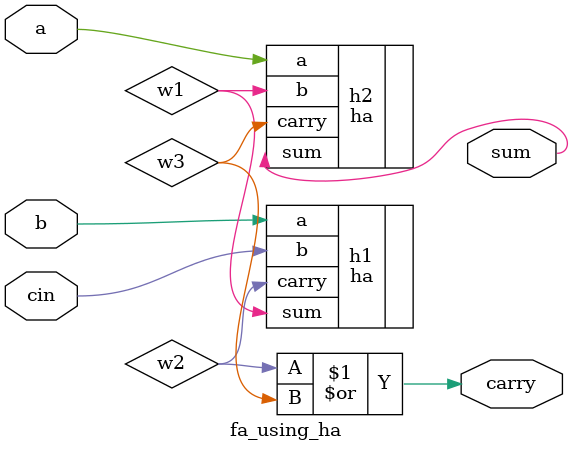
<source format=v>
module fa_using_ha(

 input a,b,cin,
 output sum,carry
 );
 
 wire w1,w2,w3;
 
 //strucutural modelling
 ha h1(.a(b),.b(cin),.sum(w1),.carry(w2));


 ha h2(.a(a),.b(w1),.sum(sum),.carry(w3));
 
 or o1(carry,w2,w3);
 
 
 
endmodule



</source>
